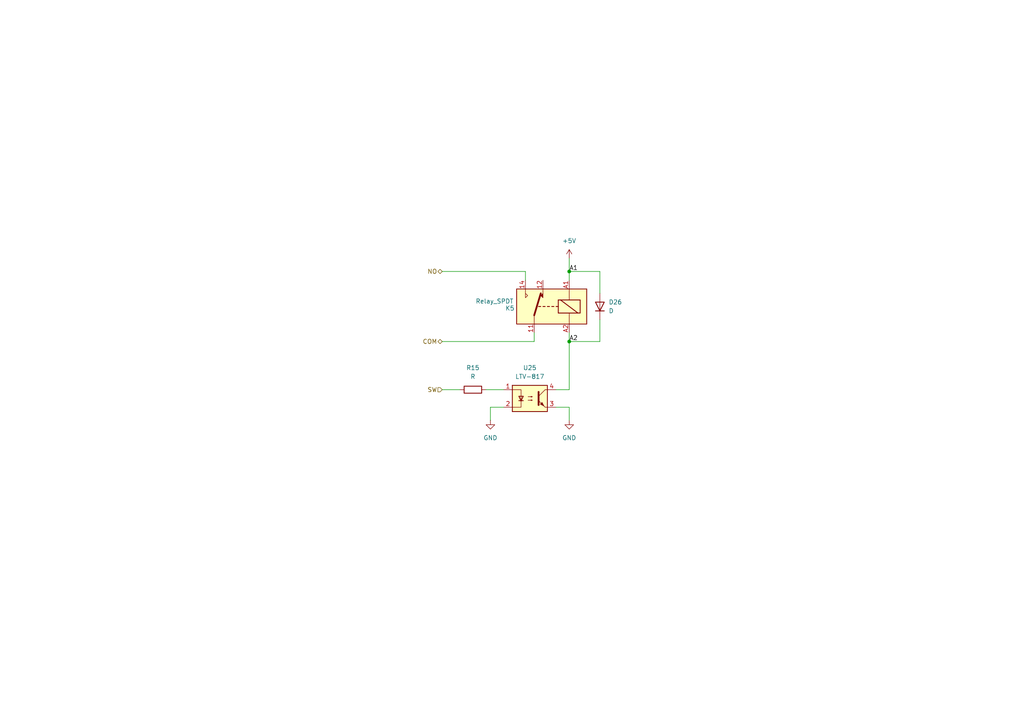
<source format=kicad_sch>
(kicad_sch (version 20250114) (generator "eeschema") (generator_version "9.0")
  (paper "A4")
  (lib_symbols
    (symbol "Device:D" (pin_numbers (hide yes)) (pin_names (offset 1.016) (hide yes))
      (property "Reference" "D" (at 0 2.54 0))
      (property "Value" "D" (at 0 -2.54 0))
      (symbol "D_0_1"
        (polyline (pts (xy -1.27 1.27) (xy -1.27 -1.27)) (stroke (width 0.254)))
        (polyline (pts (xy 1.27 1.27) (xy 1.27 -1.27) (xy -1.27 0) (xy 1.27 1.27)) (stroke (width 0.254)))
        (polyline (pts (xy 1.27 0) (xy -1.27 0)))
      )
      (symbol "D_1_1"
        (pin passive line (at -3.81 0 0) (length 2.54) (name "K") (number "1"))
        (pin passive line (at 3.81 0 180) (length 2.54) (name "A") (number "2"))
      )
    )
    (symbol "Device:R" (pin_numbers (hide yes)) (pin_names (offset 0))
      (property "Reference" "R" (at 2.032 0 90))
      (property "Value" "R" (at 0 0 90))
      (symbol "R_0_1"
        (rectangle (start -1.016 -2.54) (end 1.016 2.54) (stroke (width 0.254)))
      )
      (symbol "R_1_1"
        (pin passive line (at 0 3.81 270) (length 1.27) (name "~") (number "1"))
        (pin passive line (at 0 -3.81 90) (length 1.27) (name "~") (number "2"))
      )
    )
    (symbol "Isolator:LTV-817" (pin_names (offset 1.016))
      (property "Reference" "U" (at -5.08 5.08 0))
      (property "Value" "LTV-817" (at 0 5.08 0))
      (symbol "LTV-817_0_1"
        (rectangle (start -5.08 3.81) (end 5.08 -3.81) (stroke (width 0.254)) (fill (type background)))
        (polyline (pts (xy -5.08 2.54) (xy -2.54 2.54) (xy -2.54 -0.762)))
        (polyline (pts (xy -3.175 -0.635) (xy -1.905 -0.635)) (stroke (width 0.254)))
        (polyline (pts (xy -2.54 -0.635) (xy -2.54 -2.54) (xy -5.08 -2.54)))
        (polyline (pts (xy -2.54 -0.635) (xy -3.175 0.635) (xy -1.905 0.635) (xy -2.54 -0.635)) (stroke (width 0.254)))
        (polyline (pts (xy -0.508 0.508) (xy 0.762 0.508) (xy 0.381 0.381) (xy 0.381 0.635) (xy 0.762 0.508)))
        (polyline (pts (xy -0.508 -0.508) (xy 0.762 -0.508) (xy 0.381 -0.635) (xy 0.381 -0.381) (xy 0.762 -0.508)))
        (polyline (pts (xy 2.54 1.905) (xy 2.54 -1.905) (xy 2.54 -1.905)) (stroke (width 0.508)))
        (polyline (pts (xy 2.54 0.635) (xy 4.445 2.54)))
        (polyline (pts (xy 3.048 -1.651) (xy 3.556 -1.143) (xy 4.064 -2.159) (xy 3.048 -1.651) (xy 3.048 -1.651)) (fill (type outline)))
        (polyline (pts (xy 4.445 2.54) (xy 5.08 2.54)))
        (polyline (pts (xy 4.445 -2.54) (xy 2.54 -0.635)) (fill (type outline)))
        (polyline (pts (xy 4.445 -2.54) (xy 5.08 -2.54)))
      )
      (symbol "LTV-817_1_1"
        (pin passive line (at -7.62 2.54 0) (length 2.54) (name "~") (number "1"))
        (pin passive line (at -7.62 -2.54 0) (length 2.54) (name "~") (number "2"))
        (pin passive line (at 7.62 2.54 180) (length 2.54) (name "~") (number "4"))
        (pin passive line (at 7.62 -2.54 180) (length 2.54) (name "~") (number "3"))
      )
    )
    (symbol "Relay:Relay_SPDT"
      (property "Reference" "K" (at 11.43 3.81 0))
      (property "Value" "Relay_SPDT" (at 11.43 1.27 0))
      (symbol "Relay_SPDT_0_0"
        (polyline (pts (xy 7.62 5.08) (xy 7.62 2.54) (xy 6.985 3.175) (xy 7.62 3.81)))
      )
      (symbol "Relay_SPDT_0_1"
        (rectangle (start -10.16 5.08) (end 10.16 -5.08) (stroke (width 0.254)) (fill (type background)))
        (rectangle (start -8.255 1.905) (end -1.905 -1.905) (stroke (width 0.254)))
        (polyline (pts (xy -7.62 -1.905) (xy -2.54 1.905)) (stroke (width 0.254)))
        (polyline (pts (xy -5.08 5.08) (xy -5.08 1.905)))
        (polyline (pts (xy -5.08 -5.08) (xy -5.08 -1.905)))
        (polyline (pts (xy -1.905 0) (xy -1.27 0)) (stroke (width 0.254)))
        (polyline (pts (xy -0.635 0) (xy 0 0)) (stroke (width 0.254)))
        (polyline (pts (xy 0.635 0) (xy 1.27 0)) (stroke (width 0.254)))
        (polyline (pts (xy 1.905 0) (xy 2.54 0)) (stroke (width 0.254)))
        (polyline (pts (xy 2.54 5.08) (xy 2.54 2.54) (xy 3.175 3.175) (xy 2.54 3.81)) (fill (type outline)))
        (polyline (pts (xy 3.175 0) (xy 3.81 0)) (stroke (width 0.254)))
        (polyline (pts (xy 5.08 -2.54) (xy 3.175 3.81)) (stroke (width 0.508)))
        (polyline (pts (xy 5.08 -2.54) (xy 5.08 -5.08)))
      )
      (symbol "Relay_SPDT_1_1"
        (pin passive line (at -5.08 7.62 270) (length 2.54) (name "~") (number "A1"))
        (pin passive line (at -5.08 -7.62 90) (length 2.54) (name "~") (number "A2"))
        (pin passive line (at 2.54 7.62 270) (length 2.54) (name "~") (number "12"))
        (pin passive line (at 5.08 -7.62 90) (length 2.54) (name "~") (number "11"))
        (pin passive line (at 7.62 7.62 270) (length 2.54) (name "~") (number "14"))
      )
    )
    (symbol "power:+5V" (power) (pin_numbers (hide yes)) (pin_names (offset 0) (hide yes))
      (property "Value" "+5V" (at 0 3.556 0))
      (symbol "+5V_0_1"
        (polyline (pts (xy -0.762 1.27) (xy 0 2.54)))
        (polyline (pts (xy 0 2.54) (xy 0.762 1.27)))
        (polyline (pts (xy 0 0) (xy 0 2.54)))
      )
      (symbol "+5V_1_1"
        (pin power_in line (at 0 0 90) (length 0) (name "~") (number "1"))
      )
    )
    (symbol "power:GND" (power) (pin_numbers (hide yes)) (pin_names (offset 0) (hide yes))
      (property "Value" "GND" (at 0 -3.81 0))
      (symbol "GND_0_1"
        (polyline (pts (xy 0 0) (xy 0 -1.27) (xy 1.27 -1.27) (xy 0 -2.54) (xy -1.27 -1.27) (xy 0 -1.27)))
      )
      (symbol "GND_1_1"
        (pin power_in line (at 0 0 270) (length 0) (name "~") (number "1"))
      )
    )
  )
  (junction (at 165.1 99.06))
  (junction (at 165.1 78.74))
  (wire (pts (xy 142.24 118.11) (xy 146.05 118.11)))
  (wire (pts (xy 161.29 118.11) (xy 165.1 118.11)))
  (wire (pts (xy 173.99 99.06) (xy 165.1 99.06)))
  (wire (pts (xy 140.97 113.03) (xy 146.05 113.03)))
  (wire (pts (xy 128.27 99.06) (xy 154.94 99.06)))
  (wire (pts (xy 128.27 78.74) (xy 152.4 78.74)))
  (wire (pts (xy 154.94 96.52) (xy 154.94 99.06)))
  (wire (pts (xy 165.1 74.93) (xy 165.1 78.74)))
  (wire (pts (xy 128.27 113.03) (xy 133.35 113.03)))
  (wire (pts (xy 165.1 118.11) (xy 165.1 121.92)))
  (wire (pts (xy 165.1 99.06) (xy 165.1 96.52)))
  (wire (pts (xy 152.4 81.28) (xy 152.4 78.74)))
  (wire (pts (xy 161.29 113.03) (xy 165.1 113.03)))
  (wire (pts (xy 173.99 85.09) (xy 173.99 78.74)))
  (wire (pts (xy 173.99 92.71) (xy 173.99 99.06)))
  (wire (pts (xy 142.24 121.92) (xy 142.24 118.11)))
  (wire (pts (xy 173.99 78.74) (xy 165.1 78.74)))
  (wire (pts (xy 165.1 113.03) (xy 165.1 99.06)))
  (wire (pts (xy 165.1 78.74) (xy 165.1 81.28)))
  (label "A1" (at 165.1 78.74 0))
  (label "A2" (at 165.1 99.06 0))
  (hierarchical_label "COM" (shape bidirectional) (at 128.27 99.06 180))
  (hierarchical_label "NO" (shape bidirectional) (at 128.27 78.74 180))
  (hierarchical_label "SW" (shape input) (at 128.27 113.03 180))
  (symbol (lib_id "Relay:Relay_SPDT") (at 160.02 88.9 0) (mirror y) (unit 1)
    (property "Reference" "K2" (at 146.558 89.408 0) (effects (justify right)))
    (property "Value" "Relay_SPDT" (at 137.922 87.376 0) (effects (justify right)))
    (property "Footprint" "relais:AZ6991-1C5-DE" (effects (hide yes)))
    (property "Description" "Relay SPDT, monostable, EN50005" (effects (hide yes)))
    (instances (project "RolloSteuerung" (path "" (reference "K5") (unit 1)) (path "" (reference "K6") (unit 1)) (path "" (reference "K3") (unit 1)) (path "" (reference "K4") (unit 1)) (path "" (reference "K1") (unit 1)) (path "" (reference "K2") (unit 1))))
  )
  (symbol (lib_id "Device:D") (at 173.99 88.9 90) (unit 1)
    (property "Reference" "D22" (at 176.53 87.6299 90) (effects (justify right)))
    (property "Value" "D" (at 176.53 90.1699 90) (effects (justify right)))
    (property "Footprint" "Diode_SMD:D_MiniMELF" (effects (hide yes)))
    (property "Description" "Diode" (effects (hide yes)))
    (property "Sim.Device" "D" (effects (hide yes)))
    (property "Sim.Pins" "1=K 2=A" (effects (hide yes)))
    (instances (project "RolloSteuerung" (path "" (reference "D26") (unit 1)) (path "" (reference "D25") (unit 1)) (path "" (reference "D24") (unit 1)) (path "" (reference "D23") (unit 1)) (path "" (reference "D21") (unit 1)) (path "" (reference "D22") (unit 1))))
  )
  (symbol (lib_id "power:GND") (at 165.1 121.92 0) (unit 1)
    (property "Reference" "#PWR010" (effects (hide yes)))
    (property "Value" "GND" (at 165.1 127 0))
    (property "Description" "Power symbol creates a global label with name \"GND\" , ground" (effects (hide yes)))
    (instances (project "RolloSteuerung" (path "" (reference "#PWR040") (unit 1)) (path "" (reference "#PWR041") (unit 1)) (path "" (reference "#PWR020") (unit 1)) (path "" (reference "#PWR021") (unit 1)) (path "" (reference "#PWR08") (unit 1)) (path "" (reference "#PWR010") (unit 1))))
  )
  (symbol (lib_id "Device:R") (at 137.16 113.03 270) (unit 1)
    (property "Reference" "R12" (at 137.16 106.68 90))
    (property "Value" "R" (at 137.16 109.22 90))
    (property "Footprint" "Resistor_SMD:R_1206_3216Metric_Pad1.30x1.75mm_HandSolder" (effects (hide yes)))
    (property "Description" "Resistor" (effects (hide yes)))
    (instances (project "RolloSteuerung" (path "" (reference "R15") (unit 1)) (path "" (reference "R16") (unit 1)) (path "" (reference "R13") (unit 1)) (path "" (reference "R14") (unit 1)) (path "" (reference "R11") (unit 1)) (path "" (reference "R12") (unit 1))))
  )
  (symbol (lib_id "power:+5V") (at 165.1 74.93 0) (unit 1)
    (property "Reference" "#PWR09" (effects (hide yes)))
    (property "Value" "+5V" (at 165.1 69.85 0))
    (property "Description" "Power symbol creates a global label with name \"+5V\"" (effects (hide yes)))
    (instances (project "RolloSteuerung" (path "" (reference "#PWR038") (unit 1)) (path "" (reference "#PWR039") (unit 1)) (path "" (reference "#PWR018") (unit 1)) (path "" (reference "#PWR019") (unit 1)) (path "" (reference "#PWR07") (unit 1)) (path "" (reference "#PWR09") (unit 1))))
  )
  (symbol (lib_id "Isolator:LTV-817") (at 153.67 115.57 0) (unit 1)
    (property "Reference" "U22" (at 153.67 106.68 0))
    (property "Value" "LTV-817" (at 153.67 109.22 0))
    (property "Footprint" "Package_DIP:DIP-4_W7.62mm" (effects (hide yes)))
    (property "Datasheet" "http://www.us.liteon.com/downloads/LTV-817-827-847.PDF" (effects (hide yes)))
    (property "Description" "DC Optocoupler, Vce 35V, CTR 50%, DIP-4" (effects (hide yes)))
    (instances (project "RolloSteuerung" (path "" (reference "U25") (unit 1)) (path "" (reference "U26") (unit 1)) (path "" (reference "U23") (unit 1)) (path "" (reference "U24") (unit 1)) (path "" (reference "U21") (unit 1)) (path "" (reference "U22") (unit 1))))
  )
  (symbol (lib_id "power:GND") (at 142.24 121.92 0) (unit 1)
    (property "Reference" "#PWR04" (effects (hide yes)))
    (property "Value" "GND" (at 142.24 127 0))
    (property "Description" "Power symbol creates a global label with name \"GND\" , ground" (effects (hide yes)))
    (instances (project "RolloSteuerung" (path "" (reference "#PWR030") (unit 1)) (path "" (reference "#PWR035") (unit 1)) (path "" (reference "#PWR015") (unit 1)) (path "" (reference "#PWR016") (unit 1)) (path "" (reference "#PWR03") (unit 1)) (path "" (reference "#PWR04") (unit 1))))
  )
)
</source>
